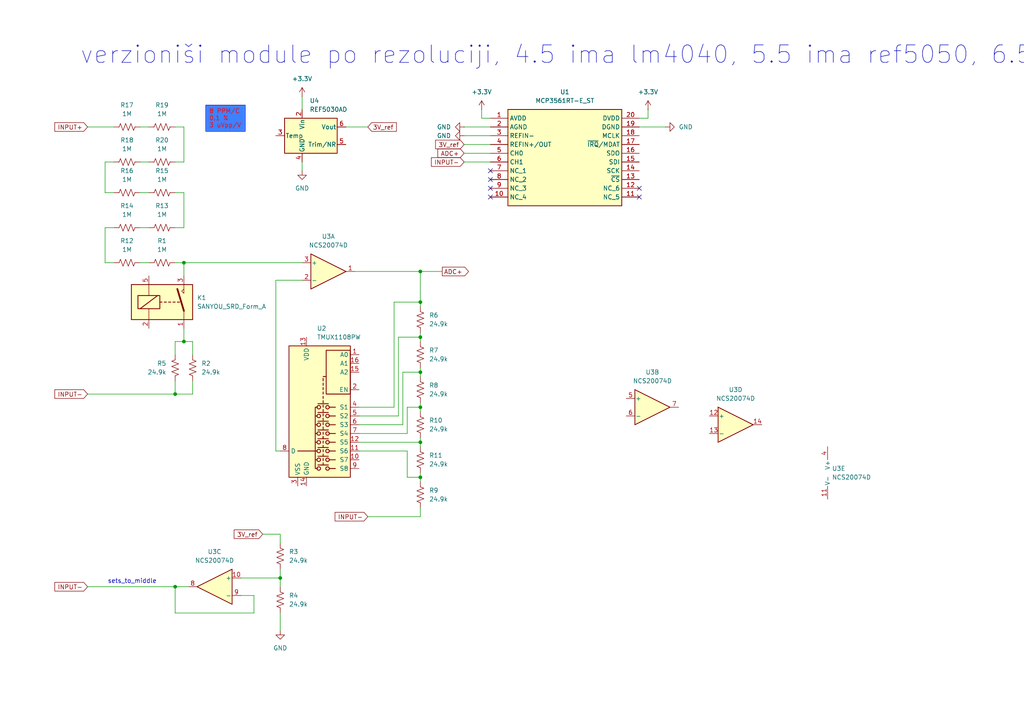
<source format=kicad_sch>
(kicad_sch (version 20231120) (generator "eeschema") (generator_version "8.0")
  (paper "A4")
  (lib_symbols
    (symbol "Amplifier_Operational:NCS20074D" (pin_names (offset 0.127))
      (property "Reference" "U" (at 2.54 6.35 0))
      (property "Value" "NCS20074D" (at 2.54 3.81 0))
      (symbol "NCS20074D_1_1"
        (polyline (pts (xy 5.08 0) (xy -5.08 5.08) (xy -5.08 -5.08) (xy 5.08 0)) (stroke (width 0.254)) (fill (type background)))
        (pin output line (at 7.62 0 180) (length 2.54) (name "~") (number "1"))
        (pin input line (at -7.62 -2.54 0) (length 2.54) (name "-") (number "2"))
        (pin input line (at -7.62 2.54 0) (length 2.54) (name "+") (number "3"))
      )
      (symbol "NCS20074D_2_1"
        (polyline (pts (xy -5.08 5.08) (xy -5.08 -5.08) (xy 5.08 0) (xy -5.08 5.08)) (stroke (width 0.254)) (fill (type background)))
        (pin input line (at -7.62 2.54 0) (length 2.54) (name "+") (number "5"))
        (pin input line (at -7.62 -2.54 0) (length 2.54) (name "-") (number "6"))
        (pin output line (at 7.62 0 180) (length 2.54) (name "~") (number "7"))
      )
      (symbol "NCS20074D_3_1"
        (polyline (pts (xy 5.08 0) (xy -5.08 5.08) (xy -5.08 -5.08) (xy 5.08 0)) (stroke (width 0.254)) (fill (type background)))
        (pin input line (at -7.62 2.54 0) (length 2.54) (name "+") (number "10"))
        (pin output line (at 7.62 0 180) (length 2.54) (name "~") (number "8"))
        (pin input line (at -7.62 -2.54 0) (length 2.54) (name "-") (number "9"))
      )
      (symbol "NCS20074D_4_1"
        (polyline (pts (xy -5.08 5.08) (xy 5.08 0) (xy -5.08 -5.08) (xy -5.08 5.08)) (stroke (width 0.254)) (fill (type background)))
        (pin input line (at -7.62 2.54 0) (length 2.54) (name "+") (number "12"))
        (pin input line (at -7.62 -2.54 0) (length 2.54) (name "-") (number "13"))
        (pin output line (at 7.62 0 180) (length 2.54) (name "~") (number "14"))
      )
      (symbol "NCS20074D_5_1"
        (pin power_in line (at 0 -7.62 90) (length 3.81) (name "V-") (number "11"))
        (pin power_in line (at 0 7.62 270) (length 3.81) (name "V+") (number "4"))
      )
    )
    (symbol "Analog_Switch:TMUX1108PW"
      (property "Reference" "U" (at -10.16 16.51 0))
      (property "Value" "TMUX1108PW" (at 3.81 16.51 0))
      (symbol "TMUX1108PW_0_0"
        (pin power_in line (at 5.08 -20.32 90) (length 2.54) (name "GND") (number "14"))
      )
      (symbol "TMUX1108PW_0_1"
        (rectangle (start -7.62 6.35) (end -0.635 19.05) (stroke (width 0.254)))
        (rectangle (start -7.62 20.32) (end 10.16 -17.78) (stroke (width 0.254)) (fill (type background)))
        (circle (center -1.016 -15.24) (radius 0.508) (stroke (width 0.254)))
        (circle (center -1.016 -12.7) (radius 0.508) (stroke (width 0.254)))
        (circle (center -1.016 -10.16) (radius 0.508) (stroke (width 0.254)))
        (circle (center -1.016 -7.62) (radius 0.508) (stroke (width 0.254)))
        (circle (center -1.016 -5.08) (radius 0.508) (stroke (width 0.254)))
        (circle (center -1.016 -2.54) (radius 0.508) (stroke (width 0.254)))
        (circle (center -1.016 0) (radius 0.508) (stroke (width 0.254)))
        (circle (center -1.016 2.54) (radius 0.508) (stroke (width 0.254)))
        (polyline (pts (xy -1.524 -15.24) (xy -3.302 -15.24)) (stroke (width 0.254)))
        (polyline (pts (xy -1.524 -12.7) (xy -3.302 -12.7)) (stroke (width 0.254)))
        (polyline (pts (xy -1.524 -10.16) (xy -3.302 -10.16)) (stroke (width 0.254)))
        (polyline (pts (xy -1.524 -7.62) (xy -3.302 -7.62)) (stroke (width 0.254)))
        (polyline (pts (xy -1.524 -5.08) (xy -3.302 -5.08)) (stroke (width 0.254)))
        (polyline (pts (xy -1.524 -2.54) (xy -3.302 -2.54)) (stroke (width 0.254)))
        (polyline (pts (xy -1.524 0) (xy -3.302 0)) (stroke (width 0.254)))
        (polyline (pts (xy -1.524 2.54) (xy -3.302 2.54)) (stroke (width 0.254)))
        (polyline (pts (xy -1.27 -14.224) (xy 1.778 -14.224)) (stroke (width 0.254)))
        (polyline (pts (xy -1.27 -11.684) (xy 1.778 -11.684)) (stroke (width 0.254)))
        (polyline (pts (xy -1.27 -9.144) (xy 1.778 -9.144)) (stroke (width 0.254)))
        (polyline (pts (xy -1.27 -6.604) (xy 1.778 -6.604)) (stroke (width 0.254)))
        (polyline (pts (xy -1.27 -4.064) (xy 1.778 -4.064)) (stroke (width 0.254)))
        (polyline (pts (xy -1.27 -1.524) (xy 1.778 -1.524)) (stroke (width 0.254)))
        (polyline (pts (xy -1.27 1.016) (xy 1.778 1.016)) (stroke (width 0.254)))
        (polyline (pts (xy -1.27 3.556) (xy 1.778 3.556)) (stroke (width 0.254)))
        (polyline (pts (xy -0.635 11.43) (xy 0 11.43)) (stroke (width 0.254)))
        (polyline (pts (xy 0.254 -14.224) (xy 0.254 -13.589)) (stroke (width 0.254)))
        (polyline (pts (xy 0.254 -12.954) (xy 0.254 -12.319)) (stroke (width 0.254)))
        (polyline (pts (xy 0.254 -11.684) (xy 0.254 -11.049)) (stroke (width 0.254)))
        (polyline (pts (xy 0.254 -10.414) (xy 0.254 -9.779)) (stroke (width 0.254)))
        (polyline (pts (xy 0.254 -9.144) (xy 0.254 -8.509)) (stroke (width 0.254)))
        (polyline (pts (xy 0.254 -7.874) (xy 0.254 -7.239)) (stroke (width 0.254)))
        (polyline (pts (xy 0.254 -6.604) (xy 0.254 -5.969)) (stroke (width 0.254)))
        (polyline (pts (xy 0.254 -6.604) (xy 0.254 -5.969)) (stroke (width 0.254)))
        (polyline (pts (xy 0.254 -5.334) (xy 0.254 -4.699)) (stroke (width 0.254)))
        (polyline (pts (xy 0.254 -3.81) (xy 0.254 -3.175)) (stroke (width 0.254)))
        (polyline (pts (xy 0.254 -2.54) (xy 0.254 -1.905)) (stroke (width 0.254)))
        (polyline (pts (xy 0.254 -1.27) (xy 0.254 -0.635)) (stroke (width 0.254)))
        (polyline (pts (xy 0.254 0) (xy 0.254 0.635)) (stroke (width 0.254)))
        (polyline (pts (xy 0.254 1.27) (xy 0.254 1.905)) (stroke (width 0.254)))
        (polyline (pts (xy 0.254 2.54) (xy 0.254 3.175)) (stroke (width 0.254)))
        (polyline (pts (xy 0.254 3.81) (xy 0.254 4.445)) (stroke (width 0.254)))
        (polyline (pts (xy 0.254 5.08) (xy 0.254 5.715)) (stroke (width 0.254)))
        (polyline (pts (xy 0.254 6.35) (xy 0.254 6.985)) (stroke (width 0.254)))
        (polyline (pts (xy 0.254 7.62) (xy 0.254 8.255)) (stroke (width 0.254)))
        (polyline (pts (xy 0.254 8.89) (xy 0.254 9.525)) (stroke (width 0.254)))
        (polyline (pts (xy 0.254 10.16) (xy 0.254 10.922)) (stroke (width 0.254)))
        (polyline (pts (xy 0.254 11.43) (xy 0 11.43)) (stroke (width 0.254)))
        (polyline (pts (xy 2.032 -12.7) (xy 2.54 -12.7)) (stroke (width 0.254)))
        (polyline (pts (xy 2.032 -10.16) (xy 2.54 -10.16)) (stroke (width 0.254)))
        (polyline (pts (xy 2.032 -7.62) (xy 2.54 -7.62)) (stroke (width 0.254)))
        (polyline (pts (xy 2.032 -5.08) (xy 2.54 -5.08)) (stroke (width 0.254)))
        (polyline (pts (xy 2.032 -2.54) (xy 2.54 -2.54)) (stroke (width 0.254)))
        (polyline (pts (xy 2.032 0) (xy 2.54 0)) (stroke (width 0.254)))
        (polyline (pts (xy 2.54 -10.16) (xy 7.62 -10.16)) (stroke (width 0.254)))
        (polyline (pts (xy 1.905 2.54) (xy 2.54 2.54) (xy 2.54 -15.24) (xy 1.905 -15.24)) (stroke (width 0.254)))
        (circle (center 1.524 -15.24) (radius 0.508) (stroke (width 0.254)))
        (circle (center 1.524 -12.7) (radius 0.508) (stroke (width 0.254)))
        (circle (center 1.524 -10.16) (radius 0.508) (stroke (width 0.254)))
        (circle (center 1.524 -7.62) (radius 0.508) (stroke (width 0.254)))
        (circle (center 1.524 -5.08) (radius 0.508) (stroke (width 0.254)))
        (circle (center 1.524 -2.54) (radius 0.508) (stroke (width 0.254)))
        (circle (center 1.524 0) (radius 0.508) (stroke (width 0.254)))
        (circle (center 1.524 2.54) (radius 0.508) (stroke (width 0.254)))
      )
      (symbol "TMUX1108PW_1_1"
        (pin input line (at -10.16 17.78 0) (length 2.54) (name "A0") (number "1"))
        (pin bidirectional line (at -10.16 -12.7 0) (length 2.54) (name "S7") (number "10"))
        (pin bidirectional line (at -10.16 -10.16 0) (length 2.54) (name "S6") (number "11"))
        (pin bidirectional line (at -10.16 -7.62 0) (length 2.54) (name "S5") (number "12"))
        (pin power_in line (at 5.08 22.86 270) (length 2.54) (name "VDD") (number "13"))
        (pin input line (at -10.16 12.7 0) (length 2.54) (name "A2") (number "15"))
        (pin input line (at -10.16 15.24 0) (length 2.54) (name "A1") (number "16"))
        (pin input line (at -10.16 7.62 0) (length 2.54) (name "EN") (number "2"))
        (pin power_in line (at 7.62 -20.32 90) (length 2.54) (name "VSS") (number "3"))
        (pin bidirectional line (at -10.16 2.54 0) (length 2.54) (name "S1") (number "4"))
        (pin bidirectional line (at -10.16 0 0) (length 2.54) (name "S2") (number "5"))
        (pin bidirectional line (at -10.16 -2.54 0) (length 2.54) (name "S3") (number "6"))
        (pin bidirectional line (at -10.16 -5.08 0) (length 2.54) (name "S4") (number "7"))
        (pin bidirectional line (at 12.7 -10.16 180) (length 2.54) (name "D") (number "8"))
        (pin bidirectional line (at -10.16 -15.24 0) (length 2.54) (name "S8") (number "9"))
      )
    )
    (symbol "Device:R_US" (pin_numbers hide) (pin_names (offset 0))
      (property "Reference" "R" (at 2.54 0 90))
      (property "Value" "R_US" (at -2.54 0 90))
      (symbol "R_US_0_1"
        (polyline (pts (xy 0 -2.286) (xy 0 -2.54)))
        (polyline (pts (xy 0 2.286) (xy 0 2.54)))
        (polyline (pts (xy 0 -0.762) (xy 1.016 -1.143) (xy 0 -1.524) (xy -1.016 -1.905) (xy 0 -2.286)))
        (polyline (pts (xy 0 0.762) (xy 1.016 0.381) (xy 0 0) (xy -1.016 -0.381) (xy 0 -0.762)))
        (polyline (pts (xy 0 2.286) (xy 1.016 1.905) (xy 0 1.524) (xy -1.016 1.143) (xy 0 0.762)))
      )
      (symbol "R_US_1_1"
        (pin passive line (at 0 3.81 270) (length 1.27) (name "~") (number "1"))
        (pin passive line (at 0 -3.81 90) (length 1.27) (name "~") (number "2"))
      )
    )
    (symbol "Reference_Voltage:REF5030AD" (pin_names (offset 0.254))
      (property "Reference" "U" (at -1.27 8.255 0))
      (property "Value" "REF5030AD" (at -1.27 6.35 0))
      (symbol "REF5030AD_0_1"
        (rectangle (start -7.62 5.08) (end 7.62 -5.08) (stroke (width 0.254)) (fill (type background)))
      )
      (symbol "REF5030AD_1_1"
        (pin no_connect line (at -7.62 2.54 0) (length 2.54) hide (name "DNC") (number "1"))
        (pin power_in line (at -2.54 7.62 270) (length 2.54) (name "Vin") (number "2"))
        (pin passive line (at -10.16 0 0) (length 2.54) (name "Temp") (number "3"))
        (pin power_in line (at -2.54 -7.62 90) (length 2.54) (name "GND") (number "4"))
        (pin passive line (at 10.16 -2.54 180) (length 2.54) (name "Trim/NR") (number "5"))
        (pin power_out line (at 10.16 2.54 180) (length 2.54) (name "Vout") (number "6"))
        (pin no_connect line (at -5.08 -5.08 90) (length 2.54) hide (name "NC") (number "7"))
        (pin no_connect line (at 7.62 0 180) (length 2.54) hide (name "DNC") (number "8"))
      )
    )
    (symbol "Relay:SANYOU_SRD_Form_A"
      (property "Reference" "K" (at 8.89 3.81 0))
      (property "Value" "SANYOU_SRD_Form_A" (at 8.89 1.27 0))
      (symbol "SANYOU_SRD_Form_A_0_0"
        (polyline (pts (xy 5.08 5.08) (xy 5.08 2.54) (xy 4.445 3.175) (xy 5.08 3.81)))
      )
      (symbol "SANYOU_SRD_Form_A_0_1"
        (rectangle (start -10.16 5.08) (end 7.62 -5.08) (stroke (width 0.254)) (fill (type background)))
        (rectangle (start -8.255 1.905) (end -1.905 -1.905) (stroke (width 0.254)))
        (polyline (pts (xy -7.62 -1.905) (xy -2.54 1.905)) (stroke (width 0.254)))
        (polyline (pts (xy -5.08 -5.08) (xy -5.08 -1.905)))
        (polyline (pts (xy -5.08 5.08) (xy -5.08 1.905)))
        (polyline (pts (xy -1.905 0) (xy -1.27 0)) (stroke (width 0.254)))
        (polyline (pts (xy -0.635 0) (xy 0 0)) (stroke (width 0.254)))
        (polyline (pts (xy 0.635 0) (xy 1.27 0)) (stroke (width 0.254)))
        (polyline (pts (xy 1.905 0) (xy 2.54 0)) (stroke (width 0.254)))
        (polyline (pts (xy 3.175 0) (xy 3.81 0)) (stroke (width 0.254)))
        (polyline (pts (xy 5.08 -2.54) (xy 3.175 3.81)) (stroke (width 0.508)))
        (polyline (pts (xy 5.08 -2.54) (xy 5.08 -5.08)))
      )
      (symbol "SANYOU_SRD_Form_A_1_1"
        (pin passive line (at 5.08 -7.62 90) (length 2.54) (name "~") (number "1"))
        (pin passive line (at -5.08 -7.62 90) (length 2.54) (name "~") (number "2"))
        (pin passive line (at 5.08 7.62 270) (length 2.54) (name "~") (number "3"))
        (pin passive line (at -5.08 7.62 270) (length 2.54) (name "~") (number "5"))
      )
    )
    (symbol "power:+3.3V" (power) (pin_numbers hide) (pin_names (offset 0) hide)
      (property "Value" "+3.3V" (at 0 3.556 0))
      (symbol "+3.3V_0_1"
        (polyline (pts (xy -0.762 1.27) (xy 0 2.54)))
        (polyline (pts (xy 0 0) (xy 0 2.54)))
        (polyline (pts (xy 0 2.54) (xy 0.762 1.27)))
      )
      (symbol "+3.3V_1_1"
        (pin power_in line (at 0 0 90) (length 0) (name "~") (number "1"))
      )
    )
    (symbol "power:GND" (power) (pin_numbers hide) (pin_names (offset 0) hide)
      (property "Value" "GND" (at 0 -3.81 0))
      (symbol "GND_0_1"
        (polyline (pts (xy 0 0) (xy 0 -1.27) (xy 1.27 -1.27) (xy 0 -2.54) (xy -1.27 -1.27) (xy 0 -1.27)))
      )
      (symbol "GND_1_1"
        (pin power_in line (at 0 0 270) (length 0) (name "~") (number "1"))
      )
    )
    (symbol "rack_modules:MCP3561RT-E_ST"
      (property "Reference" "U" (at 9.906 7.62 0))
      (property "Value" "MCP3561RT-E_ST" (at 9.906 5.08 0))
      (symbol "MCP3561RT-E_ST_1_1"
        (rectangle (start 5.08 2.54) (end 38.1 -25.4) (stroke (width 0.254)) (fill (type background)))
        (pin power_in line (at 0 0 0) (length 5.08) (name "AVDD") (number "1"))
        (pin passive line (at 0 -22.86 0) (length 5.08) (name "NC_4") (number "10"))
        (pin passive line (at 43.18 -22.86 180) (length 5.08) (name "NC_5") (number "11"))
        (pin passive line (at 43.18 -20.32 180) (length 5.08) (name "NC_6") (number "12"))
        (pin input line (at 43.18 -17.78 180) (length 5.08) (name "~{CS}") (number "13"))
        (pin input line (at 43.18 -15.24 180) (length 5.08) (name "SCK") (number "14"))
        (pin input line (at 43.18 -12.7 180) (length 5.08) (name "SDI") (number "15"))
        (pin output line (at 43.18 -10.16 180) (length 5.08) (name "SDO") (number "16"))
        (pin output line (at 43.18 -7.62 180) (length 5.08) (name "~{IRQ}/MDAT") (number "17"))
        (pin passive line (at 43.18 -5.08 180) (length 5.08) (name "MCLK") (number "18"))
        (pin power_in line (at 43.18 -2.54 180) (length 5.08) (name "DGND") (number "19"))
        (pin power_in line (at 0 -2.54 0) (length 5.08) (name "AGND") (number "2"))
        (pin power_in line (at 43.18 0 180) (length 5.08) (name "DVDD") (number "20"))
        (pin input line (at 0 -5.08 0) (length 5.08) (name "REFIN-") (number "3"))
        (pin passive line (at 0 -7.62 0) (length 5.08) (name "REFIN+/OUT") (number "4"))
        (pin input line (at 0 -10.16 0) (length 5.08) (name "CH0") (number "5"))
        (pin input line (at 0 -12.7 0) (length 5.08) (name "CH1") (number "6"))
        (pin passive line (at 0 -15.24 0) (length 5.08) (name "NC_1") (number "7"))
        (pin passive line (at 0 -17.78 0) (length 5.08) (name "NC_2") (number "8"))
        (pin passive line (at 0 -20.32 0) (length 5.08) (name "NC_3") (number "9"))
      )
    )
  )
  (junction (at 121.92 138.43))
  (junction (at 121.92 107.95))
  (junction (at 50.8 114.3))
  (junction (at 53.34 99.06))
  (junction (at 121.92 87.63))
  (junction (at 121.92 78.74))
  (junction (at 50.8 170.18))
  (junction (at 121.92 118.11))
  (junction (at 121.92 97.79))
  (junction (at 121.92 128.27))
  (junction (at 81.28 167.64))
  (junction (at 53.34 76.2))
  (no_connect (at 185.42 54.61))
  (no_connect (at 142.24 49.53))
  (no_connect (at 142.24 54.61))
  (no_connect (at 142.24 52.07))
  (no_connect (at 142.24 57.15))
  (no_connect (at 185.42 57.15))
  (wire (pts (xy 104.14 123.19) (xy 116.84 123.19)))
  (wire (pts (xy 55.88 99.06) (xy 55.88 102.87)))
  (wire (pts (xy 118.11 130.81) (xy 118.11 138.43)))
  (wire (pts (xy 40.64 76.2) (xy 43.18 76.2)))
  (wire (pts (xy 118.11 138.43) (xy 121.92 138.43)))
  (wire (pts (xy 50.8 170.18) (xy 54.61 170.18)))
  (wire (pts (xy 53.34 66.04) (xy 50.8 66.04)))
  (wire (pts (xy 81.28 165.1) (xy 81.28 167.64)))
  (wire (pts (xy 73.66 177.8) (xy 50.8 177.8)))
  (wire (pts (xy 118.11 118.11) (xy 121.92 118.11)))
  (wire (pts (xy 121.92 78.74) (xy 128.27 78.74)))
  (wire (pts (xy 104.14 130.81) (xy 118.11 130.81)))
  (wire (pts (xy 87.63 27.94) (xy 87.63 31.75)))
  (wire (pts (xy 115.57 120.65) (xy 115.57 97.79)))
  (wire (pts (xy 187.96 31.75) (xy 187.96 34.29)))
  (wire (pts (xy 55.88 114.3) (xy 50.8 114.3)))
  (wire (pts (xy 81.28 182.88) (xy 81.28 177.8)))
  (wire (pts (xy 53.34 55.88) (xy 53.34 66.04)))
  (wire (pts (xy 115.57 97.79) (xy 121.92 97.79)))
  (wire (pts (xy 121.92 138.43) (xy 121.92 137.16)))
  (wire (pts (xy 121.92 97.79) (xy 121.92 99.06)))
  (wire (pts (xy 87.63 49.53) (xy 87.63 46.99)))
  (wire (pts (xy 80.01 130.81) (xy 81.28 130.81)))
  (wire (pts (xy 121.92 118.11) (xy 121.92 116.84)))
  (wire (pts (xy 114.3 118.11) (xy 114.3 87.63)))
  (wire (pts (xy 40.64 36.83) (xy 43.18 36.83)))
  (wire (pts (xy 104.14 128.27) (xy 121.92 128.27)))
  (wire (pts (xy 134.62 36.83) (xy 142.24 36.83)))
  (wire (pts (xy 80.01 81.28) (xy 87.63 81.28)))
  (wire (pts (xy 121.92 107.95) (xy 121.92 109.22)))
  (wire (pts (xy 81.28 167.64) (xy 81.28 170.18)))
  (wire (pts (xy 53.34 46.99) (xy 50.8 46.99)))
  (wire (pts (xy 118.11 125.73) (xy 118.11 118.11)))
  (wire (pts (xy 121.92 128.27) (xy 121.92 129.54)))
  (wire (pts (xy 121.92 138.43) (xy 121.92 139.7)))
  (wire (pts (xy 104.14 118.11) (xy 114.3 118.11)))
  (wire (pts (xy 106.68 36.83) (xy 100.33 36.83)))
  (wire (pts (xy 104.14 120.65) (xy 115.57 120.65)))
  (wire (pts (xy 116.84 123.19) (xy 116.84 107.95)))
  (wire (pts (xy 53.34 99.06) (xy 55.88 99.06)))
  (wire (pts (xy 121.92 87.63) (xy 114.3 87.63)))
  (wire (pts (xy 50.8 55.88) (xy 53.34 55.88)))
  (wire (pts (xy 102.87 78.74) (xy 121.92 78.74)))
  (wire (pts (xy 139.7 31.75) (xy 139.7 34.29)))
  (wire (pts (xy 25.4 114.3) (xy 50.8 114.3)))
  (wire (pts (xy 50.8 177.8) (xy 50.8 170.18)))
  (wire (pts (xy 30.48 55.88) (xy 33.02 55.88)))
  (wire (pts (xy 80.01 130.81) (xy 80.01 81.28)))
  (wire (pts (xy 25.4 170.18) (xy 50.8 170.18)))
  (wire (pts (xy 139.7 34.29) (xy 142.24 34.29)))
  (wire (pts (xy 193.04 36.83) (xy 185.42 36.83)))
  (wire (pts (xy 104.14 125.73) (xy 118.11 125.73)))
  (wire (pts (xy 25.4 36.83) (xy 33.02 36.83)))
  (wire (pts (xy 81.28 167.64) (xy 69.85 167.64)))
  (wire (pts (xy 187.96 34.29) (xy 185.42 34.29)))
  (wire (pts (xy 116.84 107.95) (xy 121.92 107.95)))
  (wire (pts (xy 69.85 172.72) (xy 73.66 172.72)))
  (wire (pts (xy 33.02 66.04) (xy 30.48 66.04)))
  (wire (pts (xy 50.8 99.06) (xy 53.34 99.06)))
  (wire (pts (xy 81.28 154.94) (xy 76.2 154.94)))
  (wire (pts (xy 50.8 76.2) (xy 53.34 76.2)))
  (wire (pts (xy 121.92 87.63) (xy 121.92 78.74)))
  (wire (pts (xy 40.64 55.88) (xy 43.18 55.88)))
  (wire (pts (xy 50.8 99.06) (xy 50.8 102.87)))
  (wire (pts (xy 50.8 36.83) (xy 53.34 36.83)))
  (wire (pts (xy 134.62 39.37) (xy 142.24 39.37)))
  (wire (pts (xy 55.88 110.49) (xy 55.88 114.3)))
  (wire (pts (xy 53.34 95.25) (xy 53.34 99.06)))
  (wire (pts (xy 106.68 149.86) (xy 121.92 149.86)))
  (wire (pts (xy 134.62 41.91) (xy 142.24 41.91)))
  (wire (pts (xy 30.48 76.2) (xy 33.02 76.2)))
  (wire (pts (xy 134.62 44.45) (xy 142.24 44.45)))
  (wire (pts (xy 121.92 118.11) (xy 121.92 119.38)))
  (wire (pts (xy 121.92 88.9) (xy 121.92 87.63)))
  (wire (pts (xy 81.28 157.48) (xy 81.28 154.94)))
  (wire (pts (xy 53.34 76.2) (xy 87.63 76.2)))
  (wire (pts (xy 121.92 149.86) (xy 121.92 147.32)))
  (wire (pts (xy 40.64 66.04) (xy 43.18 66.04)))
  (wire (pts (xy 30.48 46.99) (xy 30.48 55.88)))
  (wire (pts (xy 50.8 114.3) (xy 50.8 110.49)))
  (wire (pts (xy 134.62 46.99) (xy 142.24 46.99)))
  (wire (pts (xy 121.92 127) (xy 121.92 128.27)))
  (wire (pts (xy 53.34 36.83) (xy 53.34 46.99)))
  (wire (pts (xy 40.64 46.99) (xy 43.18 46.99)))
  (wire (pts (xy 121.92 107.95) (xy 121.92 106.68)))
  (wire (pts (xy 121.92 96.52) (xy 121.92 97.79)))
  (wire (pts (xy 33.02 46.99) (xy 30.48 46.99)))
  (wire (pts (xy 73.66 172.72) (xy 73.66 177.8)))
  (wire (pts (xy 30.48 66.04) (xy 30.48 76.2)))
  (wire (pts (xy 53.34 80.01) (xy 53.34 76.2)))
  (text_box "8 PPM/C\n0.1 %\n3 uVpp/V" (at 59.69 30.48 0) (size 11.43 7.62) (fill (type color) (color 62 129 255 1)) (effects (font (size 1.27 1.27)) (justify left top)))
  (text "Napravi baterija modul za kalibracioni modul\n" (at 117.348 -7.366 0) (effects (font (size 5.08 5.08))))
  (text "Napravi kalibracioni modul\n" (at 79.756 -14.478 0) (effects (font (size 5.08 5.08))))
  (text "sets_to_middle\n" (at 38.354 168.656 0) (effects (font (size 1.27 1.27))))
  (text "verzioniši module po rezoluciji, 4.5 ima lm4040, 5.5 ima ref5050, 6.5 ima lm399 itd" (at 191.008 16.002 0) (effects (font (size 5.08 5.08))))
  (global_label "INPUT-" (shape input) (at 106.68 149.86 180) (property "Intersheetrefs" "${INTERSHEET_REFS}" (effects (hide yes))))
  (global_label "3V_ref" (shape input) (at 134.62 41.91 180) (property "Intersheetrefs" "${INTERSHEET_REFS}" (effects (hide yes))))
  (global_label "ADC+" (shape input) (at 134.62 44.45 180) (property "Intersheetrefs" "${INTERSHEET_REFS}" (effects (hide yes))))
  (global_label "INPUT+" (shape input) (at 25.4 36.83 180) (property "Intersheetrefs" "${INTERSHEET_REFS}" (effects (hide yes))))
  (global_label "INPUT-" (shape input) (at 25.4 114.3 180) (property "Intersheetrefs" "${INTERSHEET_REFS}" (effects (hide yes))))
  (global_label "3V_ref" (shape input) (at 106.68 36.83 0) (property "Intersheetrefs" "${INTERSHEET_REFS}" (effects (hide yes))))
  (global_label "INPUT-" (shape input) (at 25.4 170.18 180) (property "Intersheetrefs" "${INTERSHEET_REFS}" (effects (hide yes))))
  (global_label "3V_ref" (shape input) (at 76.2 154.94 180) (property "Intersheetrefs" "${INTERSHEET_REFS}" (effects (hide yes))))
  (global_label "INPUT-" (shape input) (at 134.62 46.99 180) (property "Intersheetrefs" "${INTERSHEET_REFS}" (effects (hide yes))))
  (global_label "ADC+" (shape output) (at 128.27 78.74 0) (property "Intersheetrefs" "${INTERSHEET_REFS}" (effects (hide yes))))
  (symbol (lib_id "Device:R_US") (at 121.92 102.87 180) (unit 1)
    (property "Reference" "R7" (at 124.46 101.5999 0) (effects (justify right)))
    (property "Value" "24.9k" (at 124.46 104.1399 0) (effects (justify right)))
    (property "Description" "Resistor, US symbol" (effects (hide yes)))
  )
  (symbol (lib_id "Amplifier_Operational:NCS20074D") (at 95.25 78.74 0) (unit 1)
    (property "Reference" "U3" (at 95.25 68.58 0))
    (property "Value" "NCS20074D" (at 95.25 71.12 0))
    (property "Footprint" "Package_SO:SOIC-14_3.9x8.7mm_P1.27mm" (effects (hide yes)))
    (property "Datasheet" "https://www.onsemi.com/pub/Collateral/NCS20071-D.PDF" (effects (hide yes)))
    (property "Description" "Quad, 2.8V/µs, Rail-to-Rail Output, SOIC-14" (effects (hide yes)))
  )
  (symbol (lib_id "Device:R_US") (at 36.83 55.88 90) (unit 1)
    (property "Reference" "R16" (at 36.83 49.53 90))
    (property "Value" "1M" (at 36.83 52.07 90))
    (property "Description" "Resistor, US symbol" (effects (hide yes)))
  )
  (symbol (lib_id "Amplifier_Operational:NCS20074D") (at 62.23 170.18 0) (mirror y) (unit 3)
    (property "Reference" "U3" (at 62.23 160.02 0))
    (property "Value" "NCS20074D" (at 62.23 162.56 0))
    (property "Footprint" "Package_SO:SOIC-14_3.9x8.7mm_P1.27mm" (effects (hide yes)))
    (property "Datasheet" "https://www.onsemi.com/pub/Collateral/NCS20071-D.PDF" (effects (hide yes)))
    (property "Description" "Quad, 2.8V/µs, Rail-to-Rail Output, SOIC-14" (effects (hide yes)))
  )
  (symbol (lib_id "Device:R_US") (at 81.28 161.29 180) (unit 1)
    (property "Reference" "R3" (at 83.82 160.0199 0) (effects (justify right)))
    (property "Value" "24.9k" (at 83.82 162.5599 0) (effects (justify right)))
    (property "Description" "Resistor, US symbol" (effects (hide yes)))
  )
  (symbol (lib_id "power:GND") (at 87.63 49.53 0) (unit 1)
    (property "Reference" "#PWR07" (effects (hide yes)))
    (property "Value" "GND" (at 87.63 54.61 0))
    (property "Description" "Power symbol creates a global label with name \"GND\" , ground" (effects (hide yes)))
  )
  (symbol (lib_id "Reference_Voltage:REF5030AD") (at 90.17 39.37 0) (unit 1)
    (property "Reference" "U4" (at 89.8241 29.21 0) (effects (justify left)))
    (property "Value" "REF5030AD" (at 89.8241 31.75 0) (effects (justify left)))
    (property "Footprint" "Package_SO:SOIC-8_3.9x4.9mm_P1.27mm" (effects (hide yes)))
    (property "Datasheet" "http://www.ti.com/lit/ds/symlink/ref5030.pdf" (effects (hide yes)))
    (property "Description" "3V 0.1% 10mA Low Noise Precision Voltage Reference, SO-8" (effects (hide yes)))
  )
  (symbol (lib_id "Device:R_US") (at 81.28 173.99 180) (unit 1)
    (property "Reference" "R4" (at 83.82 172.7199 0) (effects (justify right)))
    (property "Value" "24.9k" (at 83.82 175.2599 0) (effects (justify right)))
    (property "Description" "Resistor, US symbol" (effects (hide yes)))
  )
  (symbol (lib_id "power:GND") (at 81.28 182.88 0) (unit 1)
    (property "Reference" "#PWR01" (effects (hide yes)))
    (property "Value" "GND" (at 81.28 187.96 0))
    (property "Description" "Power symbol creates a global label with name \"GND\" , ground" (effects (hide yes)))
  )
  (symbol (lib_id "Device:R_US") (at 36.83 66.04 90) (unit 1)
    (property "Reference" "R14" (at 36.83 59.69 90))
    (property "Value" "1M" (at 36.83 62.23 90))
    (property "Description" "Resistor, US symbol" (effects (hide yes)))
  )
  (symbol (lib_id "power:GND") (at 134.62 36.83 270) (unit 1)
    (property "Reference" "#PWR03" (effects (hide yes)))
    (property "Value" "GND" (at 130.81 36.8299 90) (effects (justify right)))
    (property "Description" "Power symbol creates a global label with name \"GND\" , ground" (effects (hide yes)))
  )
  (symbol (lib_id "power:+3.3V") (at 187.96 31.75 0) (mirror y) (unit 1)
    (property "Reference" "#PWR05" (effects (hide yes)))
    (property "Value" "+3.3V" (at 187.96 26.67 0))
    (property "Description" "Power symbol creates a global label with name \"+3.3V\"" (effects (hide yes)))
  )
  (symbol (lib_id "Relay:SANYOU_SRD_Form_A") (at 48.26 87.63 0) (unit 1)
    (property "Reference" "K1" (at 57.15 86.3599 0) (effects (justify left)))
    (property "Value" "SANYOU_SRD_Form_A" (at 57.15 88.8999 0) (effects (justify left)))
    (property "Footprint" "Relay_THT:Relay_SPST_SANYOU_SRD_Series_Form_A" (effects (hide yes)))
    (property "Datasheet" "http://www.sanyourelay.ca/public/products/pdf/SRD.pdf" (effects (hide yes)))
    (property "Description" "Sanyo SRD relay, Single Pole Miniature Power Relay, Closing Contact" (effects (hide yes)))
  )
  (symbol (lib_id "Device:R_US") (at 121.92 123.19 180) (unit 1)
    (property "Reference" "R10" (at 124.46 121.9199 0) (effects (justify right)))
    (property "Value" "24.9k" (at 124.46 124.4599 0) (effects (justify right)))
    (property "Description" "Resistor, US symbol" (effects (hide yes)))
  )
  (symbol (lib_id "Device:R_US") (at 46.99 76.2 90) (unit 1)
    (property "Reference" "R1" (at 46.99 69.85 90))
    (property "Value" "1M" (at 46.99 72.39 90))
    (property "Description" "Resistor, US symbol" (effects (hide yes)))
  )
  (symbol (lib_id "Device:R_US") (at 36.83 76.2 90) (unit 1)
    (property "Reference" "R12" (at 36.83 69.85 90))
    (property "Value" "1M" (at 36.83 72.39 90))
    (property "Description" "Resistor, US symbol" (effects (hide yes)))
  )
  (symbol (lib_id "Device:R_US") (at 46.99 36.83 90) (unit 1)
    (property "Reference" "R19" (at 46.99 30.48 90))
    (property "Value" "1M" (at 46.99 33.02 90))
    (property "Description" "Resistor, US symbol" (effects (hide yes)))
  )
  (symbol (lib_id "Device:R_US") (at 55.88 106.68 180) (unit 1)
    (property "Reference" "R2" (at 58.42 105.4099 0) (effects (justify right)))
    (property "Value" "24.9k" (at 58.42 107.9499 0) (effects (justify right)))
    (property "Description" "Resistor, US symbol" (effects (hide yes)))
  )
  (symbol (lib_id "Device:R_US") (at 121.92 133.35 180) (unit 1)
    (property "Reference" "R11" (at 124.46 132.0799 0) (effects (justify right)))
    (property "Value" "24.9k" (at 124.46 134.6199 0) (effects (justify right)))
    (property "Description" "Resistor, US symbol" (effects (hide yes)))
  )
  (symbol (lib_id "Device:R_US") (at 46.99 55.88 90) (unit 1)
    (property "Reference" "R15" (at 46.99 49.53 90))
    (property "Value" "1M" (at 46.99 52.07 90))
    (property "Description" "Resistor, US symbol" (effects (hide yes)))
  )
  (symbol (lib_id "Device:R_US") (at 50.8 106.68 0) (mirror x) (unit 1)
    (property "Reference" "R5" (at 48.26 105.4099 0) (effects (justify right)))
    (property "Value" "24.9k" (at 48.26 107.9499 0) (effects (justify right)))
    (property "Description" "Resistor, US symbol" (effects (hide yes)))
  )
  (symbol (lib_id "power:GND") (at 193.04 36.83 90) (mirror x) (unit 1)
    (property "Reference" "#PWR06" (effects (hide yes)))
    (property "Value" "GND" (at 196.85 36.8299 90) (effects (justify right)))
    (property "Description" "Power symbol creates a global label with name \"GND\" , ground" (effects (hide yes)))
  )
  (symbol (lib_id "Amplifier_Operational:NCS20074D") (at 240.03 137.16 0) (unit 5)
    (property "Reference" "U3" (at 241.3 135.8899 0) (effects (justify left)))
    (property "Value" "NCS20074D" (at 241.3 138.4299 0) (effects (justify left)))
    (property "Footprint" "Package_SO:SOIC-14_3.9x8.7mm_P1.27mm" (effects (hide yes)))
    (property "Datasheet" "https://www.onsemi.com/pub/Collateral/NCS20071-D.PDF" (effects (hide yes)))
    (property "Description" "Quad, 2.8V/µs, Rail-to-Rail Output, SOIC-14" (effects (hide yes)))
  )
  (symbol (lib_id "Device:R_US") (at 121.92 143.51 180) (unit 1)
    (property "Reference" "R9" (at 124.46 142.2399 0) (effects (justify right)))
    (property "Value" "24.9k" (at 124.46 144.7799 0) (effects (justify right)))
    (property "Description" "Resistor, US symbol" (effects (hide yes)))
  )
  (symbol (lib_id "Amplifier_Operational:NCS20074D") (at 189.23 118.11 0) (unit 2)
    (property "Reference" "U3" (at 189.23 107.95 0))
    (property "Value" "NCS20074D" (at 189.23 110.49 0))
    (property "Footprint" "Package_SO:SOIC-14_3.9x8.7mm_P1.27mm" (effects (hide yes)))
    (property "Datasheet" "https://www.onsemi.com/pub/Collateral/NCS20071-D.PDF" (effects (hide yes)))
    (property "Description" "Quad, 2.8V/µs, Rail-to-Rail Output, SOIC-14" (effects (hide yes)))
  )
  (symbol (lib_id "Device:R_US") (at 121.92 113.03 180) (unit 1)
    (property "Reference" "R8" (at 124.46 111.7599 0) (effects (justify right)))
    (property "Value" "24.9k" (at 124.46 114.2999 0) (effects (justify right)))
    (property "Description" "Resistor, US symbol" (effects (hide yes)))
  )
  (symbol (lib_id "Device:R_US") (at 46.99 46.99 90) (unit 1)
    (property "Reference" "R20" (at 46.99 40.64 90))
    (property "Value" "1M" (at 46.99 43.18 90))
    (property "Description" "Resistor, US symbol" (effects (hide yes)))
  )
  (symbol (lib_id "Device:R_US") (at 36.83 36.83 90) (unit 1)
    (property "Reference" "R17" (at 36.83 30.48 90))
    (property "Value" "1M" (at 36.83 33.02 90))
    (property "Description" "Resistor, US symbol" (effects (hide yes)))
  )
  (symbol (lib_id "Amplifier_Operational:NCS20074D") (at 213.36 123.19 0) (unit 4)
    (property "Reference" "U3" (at 213.36 113.03 0))
    (property "Value" "NCS20074D" (at 213.36 115.57 0))
    (property "Footprint" "Package_SO:SOIC-14_3.9x8.7mm_P1.27mm" (effects (hide yes)))
    (property "Datasheet" "https://www.onsemi.com/pub/Collateral/NCS20071-D.PDF" (effects (hide yes)))
    (property "Description" "Quad, 2.8V/µs, Rail-to-Rail Output, SOIC-14" (effects (hide yes)))
  )
  (symbol (lib_id "Device:R_US") (at 121.92 92.71 180) (unit 1)
    (property "Reference" "R6" (at 124.46 91.4399 0) (effects (justify right)))
    (property "Value" "24.9k" (at 124.46 93.9799 0) (effects (justify right)))
    (property "Description" "Resistor, US symbol" (effects (hide yes)))
  )
  (symbol (lib_id "Analog_Switch:TMUX1108PW") (at 93.98 120.65 0) (mirror y) (unit 1)
    (property "Reference" "U2" (at 91.9165 95.25 0) (effects (justify right)))
    (property "Value" "TMUX1108PW" (at 91.9165 97.79 0) (effects (justify right)))
    (property "Footprint" "Package_SO:TSSOP-16_4.4x5mm_P0.65mm" (effects (hide yes)))
    (property "Datasheet" "https://www.ti.com/lit/ds/symlink/tmux1108.pdf" (effects (hide yes)))
    (property "Description" "5V / ±2.5V, Low-Leakage-Current, 8:1 Precision Multiplexer, 2.5 Ohm Ron, 90Mhz, TSSOP-16" (effects (hide yes)))
  )
  (symbol (lib_id "power:+3.3V") (at 87.63 27.94 0) (unit 1)
    (property "Reference" "#PWR08" (effects (hide yes)))
    (property "Value" "+3.3V" (at 87.63 22.86 0))
    (property "Description" "Power symbol creates a global label with name \"+3.3V\"" (effects (hide yes)))
  )
  (symbol (lib_id "power:+3.3V") (at 139.7 31.75 0) (unit 1)
    (property "Reference" "#PWR04" (effects (hide yes)))
    (property "Value" "+3.3V" (at 139.7 26.67 0))
    (property "Description" "Power symbol creates a global label with name \"+3.3V\"" (effects (hide yes)))
  )
  (symbol (lib_id "Device:R_US") (at 36.83 46.99 90) (unit 1)
    (property "Reference" "R18" (at 36.83 40.64 90))
    (property "Value" "1M" (at 36.83 43.18 90))
    (property "Description" "Resistor, US symbol" (effects (hide yes)))
  )
  (symbol (lib_id "power:GND") (at 134.62 39.37 270) (unit 1)
    (property "Reference" "#PWR02" (effects (hide yes)))
    (property "Value" "GND" (at 130.81 39.3699 90) (effects (justify right)))
    (property "Description" "Power symbol creates a global label with name \"GND\" , ground" (effects (hide yes)))
  )
  (symbol (lib_id "Device:R_US") (at 46.99 66.04 90) (unit 1)
    (property "Reference" "R13" (at 46.99 59.69 90))
    (property "Value" "1M" (at 46.99 62.23 90))
    (property "Description" "Resistor, US symbol" (effects (hide yes)))
  )
  (symbol (lib_id "rack_modules:MCP3561RT-E_ST") (at 142.24 34.29 0) (unit 1)
    (property "Reference" "U1" (at 163.83 26.67 0))
    (property "Value" "MCP3561RT-E_ST" (at 163.83 29.21 0))
    (property "Footprint" "Package_SO:TSSOP-20_4.4x6.5mm_P0.65mm" (effects (hide yes)))
    (property "Datasheet" "https://ww1.microchip.com/downloads/en/DeviceDoc/MCP3561.2.4R-Data-Sheet-DS200006391A.pdf" (effects (hide yes)))
    (property "Description" "Analog to Digital Converters - ADC 24-bit delta-sigma ADC w/Vref, Single channel, 3V" (effects (hide yes)))
    (property "Height" "1.2" (effects (hide yes)))
    (property "Mouser Part Number" "579-MCP3561RT-E/ST" (effects (hide yes)))
    (property "Mouser Price/Stock" "https://www.mouser.co.uk/ProductDetail/Microchip-Technology/MCP3561RT-E-ST?qs=W%2FMpXkg%252BdQ65LmiVjhvJgQ%3D%3D" (effects (hide yes)))
    (property "Manufacturer_Name" "Microchip" (effects (hide yes)))
    (property "Manufacturer_Part_Number" "MCP3561RT-E/ST" (effects (hide yes)))
  )
)
</source>
